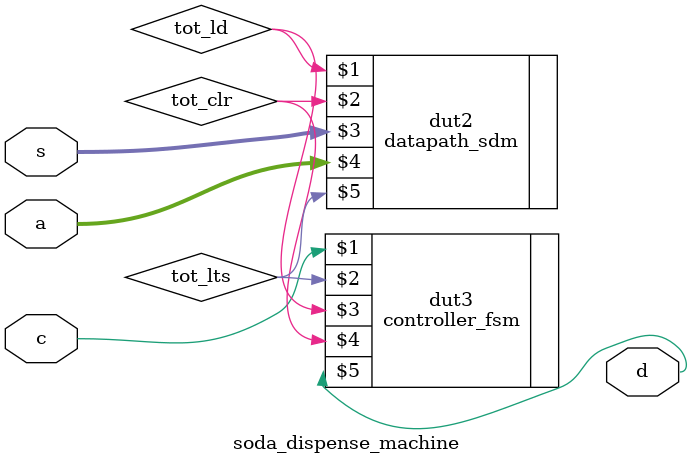
<source format=v>
module soda_dispense_machine(
	input [7:0] s,a,
	input c,
	output d);
	
	wire tot_ld, tot_clr, tot_lts;
	
	datapath_sdm dut2 (tot_ld, tot_clr,s, a, tot_lts);
	controller_fsm dut3 (c, tot_lts, tot_ld, tot_clr, d);
	
endmodule
</source>
